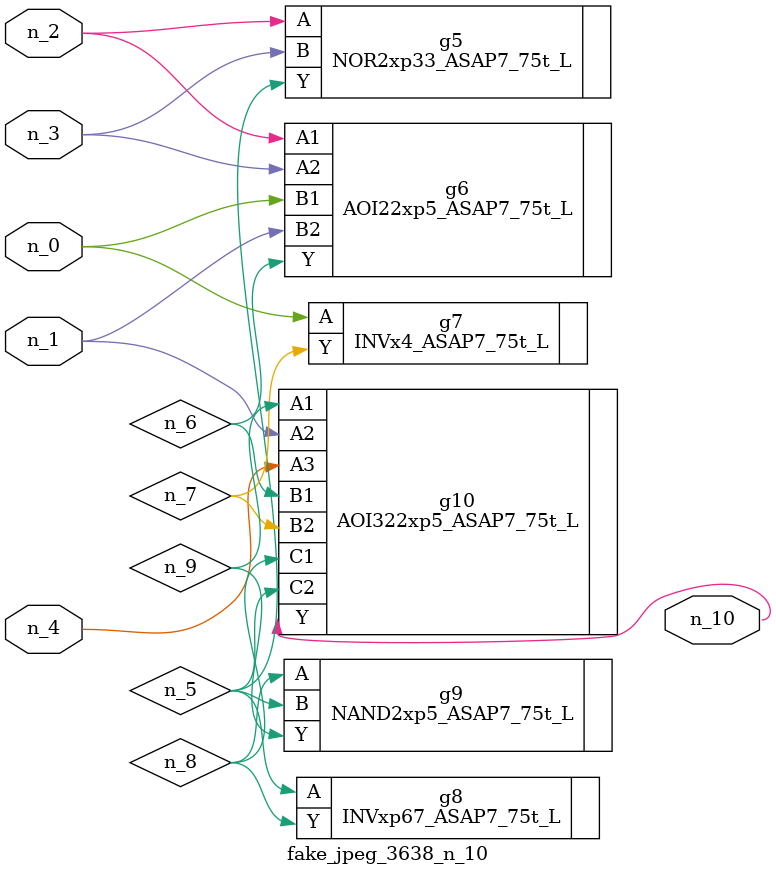
<source format=v>
module fake_jpeg_3638_n_10 (n_3, n_2, n_1, n_0, n_4, n_10);

input n_3;
input n_2;
input n_1;
input n_0;
input n_4;

output n_10;

wire n_8;
wire n_9;
wire n_6;
wire n_5;
wire n_7;

NOR2xp33_ASAP7_75t_L g5 ( 
.A(n_2),
.B(n_3),
.Y(n_5)
);

AOI22xp5_ASAP7_75t_L g6 ( 
.A1(n_2),
.A2(n_3),
.B1(n_0),
.B2(n_1),
.Y(n_6)
);

INVx4_ASAP7_75t_L g7 ( 
.A(n_0),
.Y(n_7)
);

INVxp67_ASAP7_75t_L g8 ( 
.A(n_5),
.Y(n_8)
);

NAND2xp5_ASAP7_75t_L g9 ( 
.A(n_8),
.B(n_5),
.Y(n_9)
);

AOI322xp5_ASAP7_75t_L g10 ( 
.A1(n_9),
.A2(n_1),
.A3(n_4),
.B1(n_6),
.B2(n_7),
.C1(n_8),
.C2(n_5),
.Y(n_10)
);


endmodule
</source>
